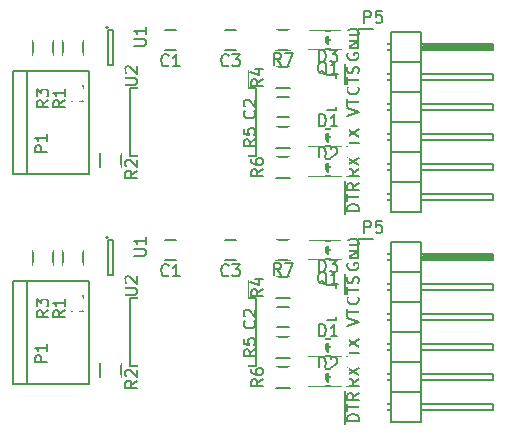
<source format=gto>
G04 #@! TF.FileFunction,Legend,Top*
%FSLAX46Y46*%
G04 Gerber Fmt 4.6, Leading zero omitted, Abs format (unit mm)*
G04 Created by KiCad (PCBNEW 4.0.0-stable) date Monday, June 13, 2016 'PMt' 12:16:50 PM*
%MOMM*%
G01*
G04 APERTURE LIST*
%ADD10C,0.100000*%
%ADD11C,0.150000*%
%ADD12R,2.432000X2.127200*%
%ADD13O,2.432000X2.127200*%
%ADD14R,2.127200X2.432000*%
%ADD15O,2.127200X2.432000*%
%ADD16R,1.598880X1.598880*%
%ADD17R,1.200100X1.200100*%
%ADD18R,1.400000X1.650000*%
%ADD19R,0.850000X2.150000*%
%ADD20R,1.100000X1.700000*%
%ADD21R,1.460000X1.050000*%
%ADD22R,1.700000X1.100000*%
%ADD23R,1.750000X0.800000*%
%ADD24O,1.350000X1.650000*%
%ADD25O,1.950000X1.400000*%
%ADD26R,2.429460X1.540460*%
G04 APERTURE END LIST*
D10*
D11*
X27059000Y31877096D02*
X27011381Y31781858D01*
X27011381Y31639001D01*
X27059000Y31496143D01*
X27154238Y31400905D01*
X27249476Y31353286D01*
X27439952Y31305667D01*
X27582810Y31305667D01*
X27773286Y31353286D01*
X27868524Y31400905D01*
X27963762Y31496143D01*
X28011381Y31639001D01*
X28011381Y31734239D01*
X27963762Y31877096D01*
X27916143Y31924715D01*
X27582810Y31924715D01*
X27582810Y31734239D01*
X28011381Y32353286D02*
X27011381Y32353286D01*
X28011381Y32924715D01*
X27011381Y32924715D01*
X28011381Y33400905D02*
X27011381Y33400905D01*
X27011381Y33639000D01*
X27059000Y33781858D01*
X27154238Y33877096D01*
X27249476Y33924715D01*
X27439952Y33972334D01*
X27582810Y33972334D01*
X27773286Y33924715D01*
X27868524Y33877096D01*
X27963762Y33781858D01*
X28011381Y33639000D01*
X28011381Y33400905D01*
X27916143Y29043381D02*
X27963762Y28995762D01*
X28011381Y28852905D01*
X28011381Y28757667D01*
X27963762Y28614809D01*
X27868524Y28519571D01*
X27773286Y28471952D01*
X27582810Y28424333D01*
X27439952Y28424333D01*
X27249476Y28471952D01*
X27154238Y28519571D01*
X27059000Y28614809D01*
X27011381Y28757667D01*
X27011381Y28852905D01*
X27059000Y28995762D01*
X27106619Y29043381D01*
X27011381Y29329095D02*
X27011381Y29900524D01*
X28011381Y29614809D02*
X27011381Y29614809D01*
X27963762Y30186238D02*
X28011381Y30329095D01*
X28011381Y30567191D01*
X27963762Y30662429D01*
X27916143Y30710048D01*
X27820905Y30757667D01*
X27725667Y30757667D01*
X27630429Y30710048D01*
X27582810Y30662429D01*
X27535190Y30567191D01*
X27487571Y30376714D01*
X27439952Y30281476D01*
X27392333Y30233857D01*
X27297095Y30186238D01*
X27201857Y30186238D01*
X27106619Y30233857D01*
X27059000Y30281476D01*
X27011381Y30376714D01*
X27011381Y30614810D01*
X27059000Y30757667D01*
X26839000Y28233857D02*
X26839000Y30948143D01*
X27011381Y26590714D02*
X28011381Y26924047D01*
X27011381Y27257381D01*
X27011381Y27447857D02*
X27011381Y28019286D01*
X28011381Y27733571D02*
X27011381Y27733571D01*
X28011381Y18542143D02*
X27011381Y18542143D01*
X27011381Y18780238D01*
X27059000Y18923096D01*
X27154238Y19018334D01*
X27249476Y19065953D01*
X27439952Y19113572D01*
X27582810Y19113572D01*
X27773286Y19065953D01*
X27868524Y19018334D01*
X27963762Y18923096D01*
X28011381Y18780238D01*
X28011381Y18542143D01*
X27011381Y19399286D02*
X27011381Y19970715D01*
X28011381Y19685000D02*
X27011381Y19685000D01*
X28011381Y20875477D02*
X27535190Y20542143D01*
X28011381Y20304048D02*
X27011381Y20304048D01*
X27011381Y20685001D01*
X27059000Y20780239D01*
X27106619Y20827858D01*
X27201857Y20875477D01*
X27344714Y20875477D01*
X27439952Y20827858D01*
X27487571Y20780239D01*
X27535190Y20685001D01*
X27535190Y20304048D01*
X26839000Y18304048D02*
X26839000Y21065953D01*
X27011381Y24003095D02*
X27011381Y24574524D01*
X28011381Y24288809D02*
X27011381Y24288809D01*
X27011381Y24812619D02*
X28011381Y25479286D01*
X27011381Y25479286D02*
X28011381Y24812619D01*
X28011381Y22058334D02*
X27535190Y21725000D01*
X28011381Y21486905D02*
X27011381Y21486905D01*
X27011381Y21867858D01*
X27059000Y21963096D01*
X27106619Y22010715D01*
X27201857Y22058334D01*
X27344714Y22058334D01*
X27439952Y22010715D01*
X27487571Y21963096D01*
X27535190Y21867858D01*
X27535190Y21486905D01*
X27011381Y22391667D02*
X28011381Y23058334D01*
X27011381Y23058334D02*
X28011381Y22391667D01*
X28011381Y762143D02*
X27011381Y762143D01*
X27011381Y1000238D01*
X27059000Y1143096D01*
X27154238Y1238334D01*
X27249476Y1285953D01*
X27439952Y1333572D01*
X27582810Y1333572D01*
X27773286Y1285953D01*
X27868524Y1238334D01*
X27963762Y1143096D01*
X28011381Y1000238D01*
X28011381Y762143D01*
X27011381Y1619286D02*
X27011381Y2190715D01*
X28011381Y1905000D02*
X27011381Y1905000D01*
X28011381Y3095477D02*
X27535190Y2762143D01*
X28011381Y2524048D02*
X27011381Y2524048D01*
X27011381Y2905001D01*
X27059000Y3000239D01*
X27106619Y3047858D01*
X27201857Y3095477D01*
X27344714Y3095477D01*
X27439952Y3047858D01*
X27487571Y3000239D01*
X27535190Y2905001D01*
X27535190Y2524048D01*
X26839000Y524048D02*
X26839000Y3285953D01*
X28011381Y4278334D02*
X27535190Y3945000D01*
X28011381Y3706905D02*
X27011381Y3706905D01*
X27011381Y4087858D01*
X27059000Y4183096D01*
X27106619Y4230715D01*
X27201857Y4278334D01*
X27344714Y4278334D01*
X27439952Y4230715D01*
X27487571Y4183096D01*
X27535190Y4087858D01*
X27535190Y3706905D01*
X27011381Y4611667D02*
X28011381Y5278334D01*
X27011381Y5278334D02*
X28011381Y4611667D01*
X27011381Y6223095D02*
X27011381Y6794524D01*
X28011381Y6508809D02*
X27011381Y6508809D01*
X27011381Y7032619D02*
X28011381Y7699286D01*
X27011381Y7699286D02*
X28011381Y7032619D01*
X27011381Y8810714D02*
X28011381Y9144047D01*
X27011381Y9477381D01*
X27011381Y9667857D02*
X27011381Y10239286D01*
X28011381Y9953571D02*
X27011381Y9953571D01*
X27916143Y11263381D02*
X27963762Y11215762D01*
X28011381Y11072905D01*
X28011381Y10977667D01*
X27963762Y10834809D01*
X27868524Y10739571D01*
X27773286Y10691952D01*
X27582810Y10644333D01*
X27439952Y10644333D01*
X27249476Y10691952D01*
X27154238Y10739571D01*
X27059000Y10834809D01*
X27011381Y10977667D01*
X27011381Y11072905D01*
X27059000Y11215762D01*
X27106619Y11263381D01*
X27011381Y11549095D02*
X27011381Y12120524D01*
X28011381Y11834809D02*
X27011381Y11834809D01*
X27963762Y12406238D02*
X28011381Y12549095D01*
X28011381Y12787191D01*
X27963762Y12882429D01*
X27916143Y12930048D01*
X27820905Y12977667D01*
X27725667Y12977667D01*
X27630429Y12930048D01*
X27582810Y12882429D01*
X27535190Y12787191D01*
X27487571Y12596714D01*
X27439952Y12501476D01*
X27392333Y12453857D01*
X27297095Y12406238D01*
X27201857Y12406238D01*
X27106619Y12453857D01*
X27059000Y12501476D01*
X27011381Y12596714D01*
X27011381Y12834810D01*
X27059000Y12977667D01*
X26839000Y10453857D02*
X26839000Y13168143D01*
X27059000Y14097096D02*
X27011381Y14001858D01*
X27011381Y13859001D01*
X27059000Y13716143D01*
X27154238Y13620905D01*
X27249476Y13573286D01*
X27439952Y13525667D01*
X27582810Y13525667D01*
X27773286Y13573286D01*
X27868524Y13620905D01*
X27963762Y13716143D01*
X28011381Y13859001D01*
X28011381Y13954239D01*
X27963762Y14097096D01*
X27916143Y14144715D01*
X27582810Y14144715D01*
X27582810Y13954239D01*
X28011381Y14573286D02*
X27011381Y14573286D01*
X28011381Y15144715D01*
X27011381Y15144715D01*
X28011381Y15620905D02*
X27011381Y15620905D01*
X27011381Y15859000D01*
X27059000Y16001858D01*
X27154238Y16097096D01*
X27249476Y16144715D01*
X27439952Y16192334D01*
X27582810Y16192334D01*
X27773286Y16144715D01*
X27868524Y16097096D01*
X27963762Y16001858D01*
X28011381Y15859000D01*
X28011381Y15620905D01*
X27910000Y33935000D02*
X27910000Y32385000D01*
X29210000Y33935000D02*
X27910000Y33935000D01*
X33401000Y32512000D02*
X39243000Y32512000D01*
X39243000Y32512000D02*
X39243000Y32258000D01*
X39243000Y32258000D02*
X33401000Y32258000D01*
X33401000Y32258000D02*
X33401000Y32385000D01*
X33401000Y32385000D02*
X39243000Y32385000D01*
X30734000Y32639000D02*
X30353000Y32639000D01*
X30734000Y32131000D02*
X30353000Y32131000D01*
X30734000Y30099000D02*
X30353000Y30099000D01*
X30734000Y29591000D02*
X30353000Y29591000D01*
X30734000Y27559000D02*
X30353000Y27559000D01*
X30734000Y27051000D02*
X30353000Y27051000D01*
X30734000Y19431000D02*
X30353000Y19431000D01*
X30734000Y19939000D02*
X30353000Y19939000D01*
X30734000Y21971000D02*
X30353000Y21971000D01*
X30734000Y22479000D02*
X30353000Y22479000D01*
X30734000Y24511000D02*
X30353000Y24511000D01*
X30734000Y25019000D02*
X30353000Y25019000D01*
X30734000Y33655000D02*
X33274000Y33655000D01*
X30734000Y31115000D02*
X33274000Y31115000D01*
X30734000Y31115000D02*
X30734000Y28575000D01*
X30734000Y28575000D02*
X33274000Y28575000D01*
X33274000Y30099000D02*
X39370000Y30099000D01*
X39370000Y30099000D02*
X39370000Y29591000D01*
X39370000Y29591000D02*
X33274000Y29591000D01*
X33274000Y28575000D02*
X33274000Y31115000D01*
X33274000Y31115000D02*
X33274000Y33655000D01*
X39370000Y32131000D02*
X33274000Y32131000D01*
X39370000Y32639000D02*
X39370000Y32131000D01*
X33274000Y32639000D02*
X39370000Y32639000D01*
X30734000Y31115000D02*
X33274000Y31115000D01*
X30734000Y33655000D02*
X30734000Y31115000D01*
X30734000Y23495000D02*
X33274000Y23495000D01*
X30734000Y23495000D02*
X30734000Y20955000D01*
X30734000Y20955000D02*
X33274000Y20955000D01*
X33274000Y22479000D02*
X39370000Y22479000D01*
X39370000Y22479000D02*
X39370000Y21971000D01*
X39370000Y21971000D02*
X33274000Y21971000D01*
X33274000Y20955000D02*
X33274000Y23495000D01*
X33274000Y18415000D02*
X33274000Y20955000D01*
X39370000Y19431000D02*
X33274000Y19431000D01*
X39370000Y19939000D02*
X39370000Y19431000D01*
X33274000Y19939000D02*
X39370000Y19939000D01*
X30734000Y18415000D02*
X33274000Y18415000D01*
X30734000Y20955000D02*
X30734000Y18415000D01*
X30734000Y20955000D02*
X33274000Y20955000D01*
X30734000Y26035000D02*
X33274000Y26035000D01*
X30734000Y26035000D02*
X30734000Y23495000D01*
X30734000Y23495000D02*
X33274000Y23495000D01*
X33274000Y25019000D02*
X39370000Y25019000D01*
X39370000Y25019000D02*
X39370000Y24511000D01*
X39370000Y24511000D02*
X33274000Y24511000D01*
X33274000Y23495000D02*
X33274000Y26035000D01*
X33274000Y26035000D02*
X33274000Y28575000D01*
X39370000Y27051000D02*
X33274000Y27051000D01*
X39370000Y27559000D02*
X39370000Y27051000D01*
X33274000Y27559000D02*
X39370000Y27559000D01*
X30734000Y26035000D02*
X33274000Y26035000D01*
X30734000Y28575000D02*
X30734000Y26035000D01*
X30734000Y28575000D02*
X33274000Y28575000D01*
X23800000Y32270000D02*
X26500000Y32270000D01*
X23800000Y33770000D02*
X26500000Y33770000D01*
X25300000Y32870000D02*
X25300000Y33120000D01*
X25300000Y33120000D02*
X25150000Y32970000D01*
X25050000Y33370000D02*
X25050000Y32670000D01*
X25400000Y33020000D02*
X25750000Y33020000D01*
X25050000Y33020000D02*
X25400000Y33370000D01*
X25400000Y33370000D02*
X25400000Y32670000D01*
X25400000Y32670000D02*
X25050000Y33020000D01*
X26050240Y27275840D02*
X26050240Y27324100D01*
X25349200Y30074820D02*
X26050240Y30074820D01*
X26050240Y30074820D02*
X26050240Y29825900D01*
X26050240Y27275840D02*
X26050240Y27075180D01*
X26050240Y27075180D02*
X25349200Y27075180D01*
X23800000Y21475000D02*
X26500000Y21475000D01*
X23800000Y22975000D02*
X26500000Y22975000D01*
X25300000Y22075000D02*
X25300000Y22325000D01*
X25300000Y22325000D02*
X25150000Y22175000D01*
X25050000Y22575000D02*
X25050000Y21875000D01*
X25400000Y22225000D02*
X25750000Y22225000D01*
X25050000Y22225000D02*
X25400000Y22575000D01*
X25400000Y22575000D02*
X25400000Y21875000D01*
X25400000Y21875000D02*
X25050000Y22225000D01*
X23800000Y24015000D02*
X26500000Y24015000D01*
X23800000Y25515000D02*
X26500000Y25515000D01*
X25300000Y24615000D02*
X25300000Y24865000D01*
X25300000Y24865000D02*
X25150000Y24715000D01*
X25050000Y25115000D02*
X25050000Y24415000D01*
X25400000Y24765000D02*
X25750000Y24765000D01*
X25050000Y24765000D02*
X25400000Y25115000D01*
X25400000Y25115000D02*
X25400000Y24415000D01*
X25400000Y24415000D02*
X25050000Y24765000D01*
X16645000Y32170000D02*
X17645000Y32170000D01*
X17645000Y33870000D02*
X16645000Y33870000D01*
X19295000Y28910000D02*
X18645000Y28910000D01*
X19295000Y23160000D02*
X18645000Y23160000D01*
X8645000Y23160000D02*
X9295000Y23160000D01*
X8645000Y28910000D02*
X9295000Y28910000D01*
X19295000Y28910000D02*
X19295000Y23160000D01*
X8645000Y28910000D02*
X8645000Y23160000D01*
X18645000Y28910000D02*
X18645000Y30510000D01*
X22190000Y32145000D02*
X20990000Y32145000D01*
X20990000Y33895000D02*
X22190000Y33895000D01*
X22190000Y21350000D02*
X20990000Y21350000D01*
X20990000Y23100000D02*
X22190000Y23100000D01*
X22190000Y28970000D02*
X20990000Y28970000D01*
X20990000Y30720000D02*
X22190000Y30720000D01*
X22190000Y23890000D02*
X20990000Y23890000D01*
X20990000Y25640000D02*
X22190000Y25640000D01*
X22090000Y28155000D02*
X21090000Y28155000D01*
X21090000Y26455000D02*
X22090000Y26455000D01*
X12565000Y33870000D02*
X11565000Y33870000D01*
X11565000Y32170000D02*
X12565000Y32170000D01*
X6785000Y34085000D02*
G75*
G03X6785000Y34085000I-100000J0D01*
G01*
X7235000Y33835000D02*
X6735000Y33835000D01*
X7235000Y30935000D02*
X7235000Y33835000D01*
X6735000Y30935000D02*
X7235000Y30935000D01*
X6735000Y33835000D02*
X6735000Y30935000D01*
X2145000Y32985000D02*
X2145000Y31785000D01*
X395000Y31785000D02*
X395000Y32985000D01*
X-1277460Y30385900D02*
X-1277460Y21685900D01*
X5127540Y30385900D02*
X5127540Y21685900D01*
X5127540Y21685900D02*
X-1277460Y21685900D01*
X-47460Y21685900D02*
X-47460Y30385900D01*
X-1277460Y30385900D02*
X5127540Y30385900D01*
X4685000Y32985000D02*
X4685000Y31785000D01*
X2935000Y31785000D02*
X2935000Y32985000D01*
X7860000Y23460000D02*
X7860000Y22260000D01*
X6110000Y22260000D02*
X6110000Y23460000D01*
X22090000Y10375000D02*
X21090000Y10375000D01*
X21090000Y8675000D02*
X22090000Y8675000D01*
X23800000Y6235000D02*
X26500000Y6235000D01*
X23800000Y7735000D02*
X26500000Y7735000D01*
X25300000Y6835000D02*
X25300000Y7085000D01*
X25300000Y7085000D02*
X25150000Y6935000D01*
X25050000Y7335000D02*
X25050000Y6635000D01*
X25400000Y6985000D02*
X25750000Y6985000D01*
X25050000Y6985000D02*
X25400000Y7335000D01*
X25400000Y7335000D02*
X25400000Y6635000D01*
X25400000Y6635000D02*
X25050000Y6985000D01*
X23800000Y3695000D02*
X26500000Y3695000D01*
X23800000Y5195000D02*
X26500000Y5195000D01*
X25300000Y4295000D02*
X25300000Y4545000D01*
X25300000Y4545000D02*
X25150000Y4395000D01*
X25050000Y4795000D02*
X25050000Y4095000D01*
X25400000Y4445000D02*
X25750000Y4445000D01*
X25050000Y4445000D02*
X25400000Y4795000D01*
X25400000Y4795000D02*
X25400000Y4095000D01*
X25400000Y4095000D02*
X25050000Y4445000D01*
X-1277460Y12605900D02*
X-1277460Y3905900D01*
X5127540Y12605900D02*
X5127540Y3905900D01*
X5127540Y3905900D02*
X-1277460Y3905900D01*
X-47460Y3905900D02*
X-47460Y12605900D01*
X-1277460Y12605900D02*
X5127540Y12605900D01*
X27910000Y16155000D02*
X27910000Y14605000D01*
X29210000Y16155000D02*
X27910000Y16155000D01*
X33401000Y14732000D02*
X39243000Y14732000D01*
X39243000Y14732000D02*
X39243000Y14478000D01*
X39243000Y14478000D02*
X33401000Y14478000D01*
X33401000Y14478000D02*
X33401000Y14605000D01*
X33401000Y14605000D02*
X39243000Y14605000D01*
X30734000Y14859000D02*
X30353000Y14859000D01*
X30734000Y14351000D02*
X30353000Y14351000D01*
X30734000Y12319000D02*
X30353000Y12319000D01*
X30734000Y11811000D02*
X30353000Y11811000D01*
X30734000Y9779000D02*
X30353000Y9779000D01*
X30734000Y9271000D02*
X30353000Y9271000D01*
X30734000Y1651000D02*
X30353000Y1651000D01*
X30734000Y2159000D02*
X30353000Y2159000D01*
X30734000Y4191000D02*
X30353000Y4191000D01*
X30734000Y4699000D02*
X30353000Y4699000D01*
X30734000Y6731000D02*
X30353000Y6731000D01*
X30734000Y7239000D02*
X30353000Y7239000D01*
X30734000Y15875000D02*
X33274000Y15875000D01*
X30734000Y13335000D02*
X33274000Y13335000D01*
X30734000Y13335000D02*
X30734000Y10795000D01*
X30734000Y10795000D02*
X33274000Y10795000D01*
X33274000Y12319000D02*
X39370000Y12319000D01*
X39370000Y12319000D02*
X39370000Y11811000D01*
X39370000Y11811000D02*
X33274000Y11811000D01*
X33274000Y10795000D02*
X33274000Y13335000D01*
X33274000Y13335000D02*
X33274000Y15875000D01*
X39370000Y14351000D02*
X33274000Y14351000D01*
X39370000Y14859000D02*
X39370000Y14351000D01*
X33274000Y14859000D02*
X39370000Y14859000D01*
X30734000Y13335000D02*
X33274000Y13335000D01*
X30734000Y15875000D02*
X30734000Y13335000D01*
X30734000Y5715000D02*
X33274000Y5715000D01*
X30734000Y5715000D02*
X30734000Y3175000D01*
X30734000Y3175000D02*
X33274000Y3175000D01*
X33274000Y4699000D02*
X39370000Y4699000D01*
X39370000Y4699000D02*
X39370000Y4191000D01*
X39370000Y4191000D02*
X33274000Y4191000D01*
X33274000Y3175000D02*
X33274000Y5715000D01*
X33274000Y635000D02*
X33274000Y3175000D01*
X39370000Y1651000D02*
X33274000Y1651000D01*
X39370000Y2159000D02*
X39370000Y1651000D01*
X33274000Y2159000D02*
X39370000Y2159000D01*
X30734000Y635000D02*
X33274000Y635000D01*
X30734000Y3175000D02*
X30734000Y635000D01*
X30734000Y3175000D02*
X33274000Y3175000D01*
X30734000Y8255000D02*
X33274000Y8255000D01*
X30734000Y8255000D02*
X30734000Y5715000D01*
X30734000Y5715000D02*
X33274000Y5715000D01*
X33274000Y7239000D02*
X39370000Y7239000D01*
X39370000Y7239000D02*
X39370000Y6731000D01*
X39370000Y6731000D02*
X33274000Y6731000D01*
X33274000Y5715000D02*
X33274000Y8255000D01*
X33274000Y8255000D02*
X33274000Y10795000D01*
X39370000Y9271000D02*
X33274000Y9271000D01*
X39370000Y9779000D02*
X39370000Y9271000D01*
X33274000Y9779000D02*
X39370000Y9779000D01*
X30734000Y8255000D02*
X33274000Y8255000D01*
X30734000Y10795000D02*
X30734000Y8255000D01*
X30734000Y10795000D02*
X33274000Y10795000D01*
X26050240Y9495840D02*
X26050240Y9544100D01*
X25349200Y12294820D02*
X26050240Y12294820D01*
X26050240Y12294820D02*
X26050240Y12045900D01*
X26050240Y9495840D02*
X26050240Y9295180D01*
X26050240Y9295180D02*
X25349200Y9295180D01*
X4685000Y15205000D02*
X4685000Y14005000D01*
X2935000Y14005000D02*
X2935000Y15205000D01*
X7860000Y5680000D02*
X7860000Y4480000D01*
X6110000Y4480000D02*
X6110000Y5680000D01*
X2145000Y15205000D02*
X2145000Y14005000D01*
X395000Y14005000D02*
X395000Y15205000D01*
X22190000Y11190000D02*
X20990000Y11190000D01*
X20990000Y12940000D02*
X22190000Y12940000D01*
X22190000Y6110000D02*
X20990000Y6110000D01*
X20990000Y7860000D02*
X22190000Y7860000D01*
X22190000Y3570000D02*
X20990000Y3570000D01*
X20990000Y5320000D02*
X22190000Y5320000D01*
X6785000Y16305000D02*
G75*
G03X6785000Y16305000I-100000J0D01*
G01*
X7235000Y16055000D02*
X6735000Y16055000D01*
X7235000Y13155000D02*
X7235000Y16055000D01*
X6735000Y13155000D02*
X7235000Y13155000D01*
X6735000Y16055000D02*
X6735000Y13155000D01*
X19295000Y11130000D02*
X18645000Y11130000D01*
X19295000Y5380000D02*
X18645000Y5380000D01*
X8645000Y5380000D02*
X9295000Y5380000D01*
X8645000Y11130000D02*
X9295000Y11130000D01*
X19295000Y11130000D02*
X19295000Y5380000D01*
X8645000Y11130000D02*
X8645000Y5380000D01*
X18645000Y11130000D02*
X18645000Y12730000D01*
X12565000Y16090000D02*
X11565000Y16090000D01*
X11565000Y14390000D02*
X12565000Y14390000D01*
X23800000Y14490000D02*
X26500000Y14490000D01*
X23800000Y15990000D02*
X26500000Y15990000D01*
X25300000Y15090000D02*
X25300000Y15340000D01*
X25300000Y15340000D02*
X25150000Y15190000D01*
X25050000Y15590000D02*
X25050000Y14890000D01*
X25400000Y15240000D02*
X25750000Y15240000D01*
X25050000Y15240000D02*
X25400000Y15590000D01*
X25400000Y15590000D02*
X25400000Y14890000D01*
X25400000Y14890000D02*
X25050000Y15240000D01*
X22190000Y14365000D02*
X20990000Y14365000D01*
X20990000Y16115000D02*
X22190000Y16115000D01*
X16645000Y14390000D02*
X17645000Y14390000D01*
X17645000Y16090000D02*
X16645000Y16090000D01*
X28471905Y34472619D02*
X28471905Y35472619D01*
X28852858Y35472619D01*
X28948096Y35425000D01*
X28995715Y35377381D01*
X29043334Y35282143D01*
X29043334Y35139286D01*
X28995715Y35044048D01*
X28948096Y34996429D01*
X28852858Y34948810D01*
X28471905Y34948810D01*
X29948096Y35472619D02*
X29471905Y35472619D01*
X29424286Y34996429D01*
X29471905Y35044048D01*
X29567143Y35091667D01*
X29805239Y35091667D01*
X29900477Y35044048D01*
X29948096Y34996429D01*
X29995715Y34901190D01*
X29995715Y34663095D01*
X29948096Y34567857D01*
X29900477Y34520238D01*
X29805239Y34472619D01*
X29567143Y34472619D01*
X29471905Y34520238D01*
X29424286Y34567857D01*
X24661905Y31170619D02*
X24661905Y32170619D01*
X24900000Y32170619D01*
X25042858Y32123000D01*
X25138096Y32027762D01*
X25185715Y31932524D01*
X25233334Y31742048D01*
X25233334Y31599190D01*
X25185715Y31408714D01*
X25138096Y31313476D01*
X25042858Y31218238D01*
X24900000Y31170619D01*
X24661905Y31170619D01*
X25566667Y32170619D02*
X26185715Y32170619D01*
X25852381Y31789667D01*
X25995239Y31789667D01*
X26090477Y31742048D01*
X26138096Y31694429D01*
X26185715Y31599190D01*
X26185715Y31361095D01*
X26138096Y31265857D01*
X26090477Y31218238D01*
X25995239Y31170619D01*
X25709524Y31170619D01*
X25614286Y31218238D01*
X25566667Y31265857D01*
X25304762Y30059381D02*
X25209524Y30107000D01*
X25114286Y30202238D01*
X24971429Y30345095D01*
X24876190Y30392714D01*
X24780952Y30392714D01*
X24828571Y30154619D02*
X24733333Y30202238D01*
X24638095Y30297476D01*
X24590476Y30487952D01*
X24590476Y30821286D01*
X24638095Y31011762D01*
X24733333Y31107000D01*
X24828571Y31154619D01*
X25019048Y31154619D01*
X25114286Y31107000D01*
X25209524Y31011762D01*
X25257143Y30821286D01*
X25257143Y30487952D01*
X25209524Y30297476D01*
X25114286Y30202238D01*
X25019048Y30154619D01*
X24828571Y30154619D01*
X26209524Y30154619D02*
X25638095Y30154619D01*
X25923809Y30154619D02*
X25923809Y31154619D01*
X25828571Y31011762D01*
X25733333Y30916524D01*
X25638095Y30868905D01*
X24661905Y22915619D02*
X24661905Y23915619D01*
X24900000Y23915619D01*
X25042858Y23868000D01*
X25138096Y23772762D01*
X25185715Y23677524D01*
X25233334Y23487048D01*
X25233334Y23344190D01*
X25185715Y23153714D01*
X25138096Y23058476D01*
X25042858Y22963238D01*
X24900000Y22915619D01*
X24661905Y22915619D01*
X25614286Y23820381D02*
X25661905Y23868000D01*
X25757143Y23915619D01*
X25995239Y23915619D01*
X26090477Y23868000D01*
X26138096Y23820381D01*
X26185715Y23725143D01*
X26185715Y23629905D01*
X26138096Y23487048D01*
X25566667Y22915619D01*
X26185715Y22915619D01*
X24661905Y25709619D02*
X24661905Y26709619D01*
X24900000Y26709619D01*
X25042858Y26662000D01*
X25138096Y26566762D01*
X25185715Y26471524D01*
X25233334Y26281048D01*
X25233334Y26138190D01*
X25185715Y25947714D01*
X25138096Y25852476D01*
X25042858Y25757238D01*
X24900000Y25709619D01*
X24661905Y25709619D01*
X26185715Y25709619D02*
X25614286Y25709619D01*
X25900000Y25709619D02*
X25900000Y26709619D01*
X25804762Y26566762D01*
X25709524Y26471524D01*
X25614286Y26423905D01*
X16978334Y30884857D02*
X16930715Y30837238D01*
X16787858Y30789619D01*
X16692620Y30789619D01*
X16549762Y30837238D01*
X16454524Y30932476D01*
X16406905Y31027714D01*
X16359286Y31218190D01*
X16359286Y31361048D01*
X16406905Y31551524D01*
X16454524Y31646762D01*
X16549762Y31742000D01*
X16692620Y31789619D01*
X16787858Y31789619D01*
X16930715Y31742000D01*
X16978334Y31694381D01*
X17311667Y31789619D02*
X17930715Y31789619D01*
X17597381Y31408667D01*
X17740239Y31408667D01*
X17835477Y31361048D01*
X17883096Y31313429D01*
X17930715Y31218190D01*
X17930715Y30980095D01*
X17883096Y30884857D01*
X17835477Y30837238D01*
X17740239Y30789619D01*
X17454524Y30789619D01*
X17359286Y30837238D01*
X17311667Y30884857D01*
X8215381Y29210095D02*
X9024905Y29210095D01*
X9120143Y29257714D01*
X9167762Y29305333D01*
X9215381Y29400571D01*
X9215381Y29591048D01*
X9167762Y29686286D01*
X9120143Y29733905D01*
X9024905Y29781524D01*
X8215381Y29781524D01*
X8310619Y30210095D02*
X8263000Y30257714D01*
X8215381Y30352952D01*
X8215381Y30591048D01*
X8263000Y30686286D01*
X8310619Y30733905D01*
X8405857Y30781524D01*
X8501095Y30781524D01*
X8643952Y30733905D01*
X9215381Y30162476D01*
X9215381Y30781524D01*
X21423334Y30916619D02*
X21090000Y31392810D01*
X20851905Y30916619D02*
X20851905Y31916619D01*
X21232858Y31916619D01*
X21328096Y31869000D01*
X21375715Y31821381D01*
X21423334Y31726143D01*
X21423334Y31583286D01*
X21375715Y31488048D01*
X21328096Y31440429D01*
X21232858Y31392810D01*
X20851905Y31392810D01*
X21756667Y31916619D02*
X22423334Y31916619D01*
X21994762Y30916619D01*
X19883381Y22058334D02*
X19407190Y21725000D01*
X19883381Y21486905D02*
X18883381Y21486905D01*
X18883381Y21867858D01*
X18931000Y21963096D01*
X18978619Y22010715D01*
X19073857Y22058334D01*
X19216714Y22058334D01*
X19311952Y22010715D01*
X19359571Y21963096D01*
X19407190Y21867858D01*
X19407190Y21486905D01*
X18883381Y22915477D02*
X18883381Y22725000D01*
X18931000Y22629762D01*
X18978619Y22582143D01*
X19121476Y22486905D01*
X19311952Y22439286D01*
X19692905Y22439286D01*
X19788143Y22486905D01*
X19835762Y22534524D01*
X19883381Y22629762D01*
X19883381Y22820239D01*
X19835762Y22915477D01*
X19788143Y22963096D01*
X19692905Y23010715D01*
X19454810Y23010715D01*
X19359571Y22963096D01*
X19311952Y22915477D01*
X19264333Y22820239D01*
X19264333Y22629762D01*
X19311952Y22534524D01*
X19359571Y22486905D01*
X19454810Y22439286D01*
X19883381Y29678334D02*
X19407190Y29345000D01*
X19883381Y29106905D02*
X18883381Y29106905D01*
X18883381Y29487858D01*
X18931000Y29583096D01*
X18978619Y29630715D01*
X19073857Y29678334D01*
X19216714Y29678334D01*
X19311952Y29630715D01*
X19359571Y29583096D01*
X19407190Y29487858D01*
X19407190Y29106905D01*
X19216714Y30535477D02*
X19883381Y30535477D01*
X18835762Y30297381D02*
X19550048Y30059286D01*
X19550048Y30678334D01*
X19248381Y24598334D02*
X18772190Y24265000D01*
X19248381Y24026905D02*
X18248381Y24026905D01*
X18248381Y24407858D01*
X18296000Y24503096D01*
X18343619Y24550715D01*
X18438857Y24598334D01*
X18581714Y24598334D01*
X18676952Y24550715D01*
X18724571Y24503096D01*
X18772190Y24407858D01*
X18772190Y24026905D01*
X18248381Y25503096D02*
X18248381Y25026905D01*
X18724571Y24979286D01*
X18676952Y25026905D01*
X18629333Y25122143D01*
X18629333Y25360239D01*
X18676952Y25455477D01*
X18724571Y25503096D01*
X18819810Y25550715D01*
X19057905Y25550715D01*
X19153143Y25503096D01*
X19200762Y25455477D01*
X19248381Y25360239D01*
X19248381Y25122143D01*
X19200762Y25026905D01*
X19153143Y24979286D01*
X19153143Y27011334D02*
X19200762Y26963715D01*
X19248381Y26820858D01*
X19248381Y26725620D01*
X19200762Y26582762D01*
X19105524Y26487524D01*
X19010286Y26439905D01*
X18819810Y26392286D01*
X18676952Y26392286D01*
X18486476Y26439905D01*
X18391238Y26487524D01*
X18296000Y26582762D01*
X18248381Y26725620D01*
X18248381Y26820858D01*
X18296000Y26963715D01*
X18343619Y27011334D01*
X18343619Y27392286D02*
X18296000Y27439905D01*
X18248381Y27535143D01*
X18248381Y27773239D01*
X18296000Y27868477D01*
X18343619Y27916096D01*
X18438857Y27963715D01*
X18534095Y27963715D01*
X18676952Y27916096D01*
X19248381Y27344667D01*
X19248381Y27963715D01*
X11898334Y30884857D02*
X11850715Y30837238D01*
X11707858Y30789619D01*
X11612620Y30789619D01*
X11469762Y30837238D01*
X11374524Y30932476D01*
X11326905Y31027714D01*
X11279286Y31218190D01*
X11279286Y31361048D01*
X11326905Y31551524D01*
X11374524Y31646762D01*
X11469762Y31742000D01*
X11612620Y31789619D01*
X11707858Y31789619D01*
X11850715Y31742000D01*
X11898334Y31694381D01*
X12850715Y30789619D02*
X12279286Y30789619D01*
X12565000Y30789619D02*
X12565000Y31789619D01*
X12469762Y31646762D01*
X12374524Y31551524D01*
X12279286Y31503905D01*
X8977381Y32512095D02*
X9786905Y32512095D01*
X9882143Y32559714D01*
X9929762Y32607333D01*
X9977381Y32702571D01*
X9977381Y32893048D01*
X9929762Y32988286D01*
X9882143Y33035905D01*
X9786905Y33083524D01*
X8977381Y33083524D01*
X9977381Y34083524D02*
X9977381Y33512095D01*
X9977381Y33797809D02*
X8977381Y33797809D01*
X9120238Y33702571D01*
X9215476Y33607333D01*
X9263095Y33512095D01*
X1722381Y27900334D02*
X1246190Y27567000D01*
X1722381Y27328905D02*
X722381Y27328905D01*
X722381Y27709858D01*
X770000Y27805096D01*
X817619Y27852715D01*
X912857Y27900334D01*
X1055714Y27900334D01*
X1150952Y27852715D01*
X1198571Y27805096D01*
X1246190Y27709858D01*
X1246190Y27328905D01*
X722381Y28233667D02*
X722381Y28852715D01*
X1103333Y28519381D01*
X1103333Y28662239D01*
X1150952Y28757477D01*
X1198571Y28805096D01*
X1293810Y28852715D01*
X1531905Y28852715D01*
X1627143Y28805096D01*
X1674762Y28757477D01*
X1722381Y28662239D01*
X1722381Y28376524D01*
X1674762Y28281286D01*
X1627143Y28233667D01*
X1595381Y23518905D02*
X595381Y23518905D01*
X595381Y23899858D01*
X643000Y23995096D01*
X690619Y24042715D01*
X785857Y24090334D01*
X928714Y24090334D01*
X1023952Y24042715D01*
X1071571Y23995096D01*
X1119190Y23899858D01*
X1119190Y23518905D01*
X1595381Y25042715D02*
X1595381Y24471286D01*
X1595381Y24757000D02*
X595381Y24757000D01*
X738238Y24661762D01*
X833476Y24566524D01*
X881095Y24471286D01*
X4162751Y28142607D02*
X4162751Y27809273D01*
X4686561Y27809273D02*
X3686561Y27809273D01*
X3686561Y28285464D01*
X4686561Y29190226D02*
X4686561Y28618797D01*
X4686561Y28904511D02*
X3686561Y28904511D01*
X3829418Y28809273D01*
X3924656Y28714035D01*
X3972275Y28618797D01*
X3119381Y27900334D02*
X2643190Y27567000D01*
X3119381Y27328905D02*
X2119381Y27328905D01*
X2119381Y27709858D01*
X2167000Y27805096D01*
X2214619Y27852715D01*
X2309857Y27900334D01*
X2452714Y27900334D01*
X2547952Y27852715D01*
X2595571Y27805096D01*
X2643190Y27709858D01*
X2643190Y27328905D01*
X3119381Y28852715D02*
X3119381Y28281286D01*
X3119381Y28567000D02*
X2119381Y28567000D01*
X2262238Y28471762D01*
X2357476Y28376524D01*
X2405095Y28281286D01*
X9215381Y21931334D02*
X8739190Y21598000D01*
X9215381Y21359905D02*
X8215381Y21359905D01*
X8215381Y21740858D01*
X8263000Y21836096D01*
X8310619Y21883715D01*
X8405857Y21931334D01*
X8548714Y21931334D01*
X8643952Y21883715D01*
X8691571Y21836096D01*
X8739190Y21740858D01*
X8739190Y21359905D01*
X8310619Y22312286D02*
X8263000Y22359905D01*
X8215381Y22455143D01*
X8215381Y22693239D01*
X8263000Y22788477D01*
X8310619Y22836096D01*
X8405857Y22883715D01*
X8501095Y22883715D01*
X8643952Y22836096D01*
X9215381Y22264667D01*
X9215381Y22883715D01*
X19153143Y9231334D02*
X19200762Y9183715D01*
X19248381Y9040858D01*
X19248381Y8945620D01*
X19200762Y8802762D01*
X19105524Y8707524D01*
X19010286Y8659905D01*
X18819810Y8612286D01*
X18676952Y8612286D01*
X18486476Y8659905D01*
X18391238Y8707524D01*
X18296000Y8802762D01*
X18248381Y8945620D01*
X18248381Y9040858D01*
X18296000Y9183715D01*
X18343619Y9231334D01*
X18343619Y9612286D02*
X18296000Y9659905D01*
X18248381Y9755143D01*
X18248381Y9993239D01*
X18296000Y10088477D01*
X18343619Y10136096D01*
X18438857Y10183715D01*
X18534095Y10183715D01*
X18676952Y10136096D01*
X19248381Y9564667D01*
X19248381Y10183715D01*
X24661905Y7929619D02*
X24661905Y8929619D01*
X24900000Y8929619D01*
X25042858Y8882000D01*
X25138096Y8786762D01*
X25185715Y8691524D01*
X25233334Y8501048D01*
X25233334Y8358190D01*
X25185715Y8167714D01*
X25138096Y8072476D01*
X25042858Y7977238D01*
X24900000Y7929619D01*
X24661905Y7929619D01*
X26185715Y7929619D02*
X25614286Y7929619D01*
X25900000Y7929619D02*
X25900000Y8929619D01*
X25804762Y8786762D01*
X25709524Y8691524D01*
X25614286Y8643905D01*
X24661905Y5135619D02*
X24661905Y6135619D01*
X24900000Y6135619D01*
X25042858Y6088000D01*
X25138096Y5992762D01*
X25185715Y5897524D01*
X25233334Y5707048D01*
X25233334Y5564190D01*
X25185715Y5373714D01*
X25138096Y5278476D01*
X25042858Y5183238D01*
X24900000Y5135619D01*
X24661905Y5135619D01*
X25614286Y6040381D02*
X25661905Y6088000D01*
X25757143Y6135619D01*
X25995239Y6135619D01*
X26090477Y6088000D01*
X26138096Y6040381D01*
X26185715Y5945143D01*
X26185715Y5849905D01*
X26138096Y5707048D01*
X25566667Y5135619D01*
X26185715Y5135619D01*
X4162751Y10362607D02*
X4162751Y10029273D01*
X4686561Y10029273D02*
X3686561Y10029273D01*
X3686561Y10505464D01*
X4686561Y11410226D02*
X4686561Y10838797D01*
X4686561Y11124511D02*
X3686561Y11124511D01*
X3829418Y11029273D01*
X3924656Y10934035D01*
X3972275Y10838797D01*
X1595381Y5738905D02*
X595381Y5738905D01*
X595381Y6119858D01*
X643000Y6215096D01*
X690619Y6262715D01*
X785857Y6310334D01*
X928714Y6310334D01*
X1023952Y6262715D01*
X1071571Y6215096D01*
X1119190Y6119858D01*
X1119190Y5738905D01*
X1595381Y7262715D02*
X1595381Y6691286D01*
X1595381Y6977000D02*
X595381Y6977000D01*
X738238Y6881762D01*
X833476Y6786524D01*
X881095Y6691286D01*
X28471905Y16692619D02*
X28471905Y17692619D01*
X28852858Y17692619D01*
X28948096Y17645000D01*
X28995715Y17597381D01*
X29043334Y17502143D01*
X29043334Y17359286D01*
X28995715Y17264048D01*
X28948096Y17216429D01*
X28852858Y17168810D01*
X28471905Y17168810D01*
X29948096Y17692619D02*
X29471905Y17692619D01*
X29424286Y17216429D01*
X29471905Y17264048D01*
X29567143Y17311667D01*
X29805239Y17311667D01*
X29900477Y17264048D01*
X29948096Y17216429D01*
X29995715Y17121190D01*
X29995715Y16883095D01*
X29948096Y16787857D01*
X29900477Y16740238D01*
X29805239Y16692619D01*
X29567143Y16692619D01*
X29471905Y16740238D01*
X29424286Y16787857D01*
X25304762Y12279381D02*
X25209524Y12327000D01*
X25114286Y12422238D01*
X24971429Y12565095D01*
X24876190Y12612714D01*
X24780952Y12612714D01*
X24828571Y12374619D02*
X24733333Y12422238D01*
X24638095Y12517476D01*
X24590476Y12707952D01*
X24590476Y13041286D01*
X24638095Y13231762D01*
X24733333Y13327000D01*
X24828571Y13374619D01*
X25019048Y13374619D01*
X25114286Y13327000D01*
X25209524Y13231762D01*
X25257143Y13041286D01*
X25257143Y12707952D01*
X25209524Y12517476D01*
X25114286Y12422238D01*
X25019048Y12374619D01*
X24828571Y12374619D01*
X26209524Y12374619D02*
X25638095Y12374619D01*
X25923809Y12374619D02*
X25923809Y13374619D01*
X25828571Y13231762D01*
X25733333Y13136524D01*
X25638095Y13088905D01*
X3119381Y10120334D02*
X2643190Y9787000D01*
X3119381Y9548905D02*
X2119381Y9548905D01*
X2119381Y9929858D01*
X2167000Y10025096D01*
X2214619Y10072715D01*
X2309857Y10120334D01*
X2452714Y10120334D01*
X2547952Y10072715D01*
X2595571Y10025096D01*
X2643190Y9929858D01*
X2643190Y9548905D01*
X3119381Y11072715D02*
X3119381Y10501286D01*
X3119381Y10787000D02*
X2119381Y10787000D01*
X2262238Y10691762D01*
X2357476Y10596524D01*
X2405095Y10501286D01*
X9215381Y4151334D02*
X8739190Y3818000D01*
X9215381Y3579905D02*
X8215381Y3579905D01*
X8215381Y3960858D01*
X8263000Y4056096D01*
X8310619Y4103715D01*
X8405857Y4151334D01*
X8548714Y4151334D01*
X8643952Y4103715D01*
X8691571Y4056096D01*
X8739190Y3960858D01*
X8739190Y3579905D01*
X8310619Y4532286D02*
X8263000Y4579905D01*
X8215381Y4675143D01*
X8215381Y4913239D01*
X8263000Y5008477D01*
X8310619Y5056096D01*
X8405857Y5103715D01*
X8501095Y5103715D01*
X8643952Y5056096D01*
X9215381Y4484667D01*
X9215381Y5103715D01*
X1722381Y10120334D02*
X1246190Y9787000D01*
X1722381Y9548905D02*
X722381Y9548905D01*
X722381Y9929858D01*
X770000Y10025096D01*
X817619Y10072715D01*
X912857Y10120334D01*
X1055714Y10120334D01*
X1150952Y10072715D01*
X1198571Y10025096D01*
X1246190Y9929858D01*
X1246190Y9548905D01*
X722381Y10453667D02*
X722381Y11072715D01*
X1103333Y10739381D01*
X1103333Y10882239D01*
X1150952Y10977477D01*
X1198571Y11025096D01*
X1293810Y11072715D01*
X1531905Y11072715D01*
X1627143Y11025096D01*
X1674762Y10977477D01*
X1722381Y10882239D01*
X1722381Y10596524D01*
X1674762Y10501286D01*
X1627143Y10453667D01*
X19883381Y11898334D02*
X19407190Y11565000D01*
X19883381Y11326905D02*
X18883381Y11326905D01*
X18883381Y11707858D01*
X18931000Y11803096D01*
X18978619Y11850715D01*
X19073857Y11898334D01*
X19216714Y11898334D01*
X19311952Y11850715D01*
X19359571Y11803096D01*
X19407190Y11707858D01*
X19407190Y11326905D01*
X19216714Y12755477D02*
X19883381Y12755477D01*
X18835762Y12517381D02*
X19550048Y12279286D01*
X19550048Y12898334D01*
X19248381Y6818334D02*
X18772190Y6485000D01*
X19248381Y6246905D02*
X18248381Y6246905D01*
X18248381Y6627858D01*
X18296000Y6723096D01*
X18343619Y6770715D01*
X18438857Y6818334D01*
X18581714Y6818334D01*
X18676952Y6770715D01*
X18724571Y6723096D01*
X18772190Y6627858D01*
X18772190Y6246905D01*
X18248381Y7723096D02*
X18248381Y7246905D01*
X18724571Y7199286D01*
X18676952Y7246905D01*
X18629333Y7342143D01*
X18629333Y7580239D01*
X18676952Y7675477D01*
X18724571Y7723096D01*
X18819810Y7770715D01*
X19057905Y7770715D01*
X19153143Y7723096D01*
X19200762Y7675477D01*
X19248381Y7580239D01*
X19248381Y7342143D01*
X19200762Y7246905D01*
X19153143Y7199286D01*
X19883381Y4278334D02*
X19407190Y3945000D01*
X19883381Y3706905D02*
X18883381Y3706905D01*
X18883381Y4087858D01*
X18931000Y4183096D01*
X18978619Y4230715D01*
X19073857Y4278334D01*
X19216714Y4278334D01*
X19311952Y4230715D01*
X19359571Y4183096D01*
X19407190Y4087858D01*
X19407190Y3706905D01*
X18883381Y5135477D02*
X18883381Y4945000D01*
X18931000Y4849762D01*
X18978619Y4802143D01*
X19121476Y4706905D01*
X19311952Y4659286D01*
X19692905Y4659286D01*
X19788143Y4706905D01*
X19835762Y4754524D01*
X19883381Y4849762D01*
X19883381Y5040239D01*
X19835762Y5135477D01*
X19788143Y5183096D01*
X19692905Y5230715D01*
X19454810Y5230715D01*
X19359571Y5183096D01*
X19311952Y5135477D01*
X19264333Y5040239D01*
X19264333Y4849762D01*
X19311952Y4754524D01*
X19359571Y4706905D01*
X19454810Y4659286D01*
X8977381Y14732095D02*
X9786905Y14732095D01*
X9882143Y14779714D01*
X9929762Y14827333D01*
X9977381Y14922571D01*
X9977381Y15113048D01*
X9929762Y15208286D01*
X9882143Y15255905D01*
X9786905Y15303524D01*
X8977381Y15303524D01*
X9977381Y16303524D02*
X9977381Y15732095D01*
X9977381Y16017809D02*
X8977381Y16017809D01*
X9120238Y15922571D01*
X9215476Y15827333D01*
X9263095Y15732095D01*
X8215381Y11430095D02*
X9024905Y11430095D01*
X9120143Y11477714D01*
X9167762Y11525333D01*
X9215381Y11620571D01*
X9215381Y11811048D01*
X9167762Y11906286D01*
X9120143Y11953905D01*
X9024905Y12001524D01*
X8215381Y12001524D01*
X8310619Y12430095D02*
X8263000Y12477714D01*
X8215381Y12572952D01*
X8215381Y12811048D01*
X8263000Y12906286D01*
X8310619Y12953905D01*
X8405857Y13001524D01*
X8501095Y13001524D01*
X8643952Y12953905D01*
X9215381Y12382476D01*
X9215381Y13001524D01*
X11898334Y13104857D02*
X11850715Y13057238D01*
X11707858Y13009619D01*
X11612620Y13009619D01*
X11469762Y13057238D01*
X11374524Y13152476D01*
X11326905Y13247714D01*
X11279286Y13438190D01*
X11279286Y13581048D01*
X11326905Y13771524D01*
X11374524Y13866762D01*
X11469762Y13962000D01*
X11612620Y14009619D01*
X11707858Y14009619D01*
X11850715Y13962000D01*
X11898334Y13914381D01*
X12850715Y13009619D02*
X12279286Y13009619D01*
X12565000Y13009619D02*
X12565000Y14009619D01*
X12469762Y13866762D01*
X12374524Y13771524D01*
X12279286Y13723905D01*
X24661905Y13390619D02*
X24661905Y14390619D01*
X24900000Y14390619D01*
X25042858Y14343000D01*
X25138096Y14247762D01*
X25185715Y14152524D01*
X25233334Y13962048D01*
X25233334Y13819190D01*
X25185715Y13628714D01*
X25138096Y13533476D01*
X25042858Y13438238D01*
X24900000Y13390619D01*
X24661905Y13390619D01*
X25566667Y14390619D02*
X26185715Y14390619D01*
X25852381Y14009667D01*
X25995239Y14009667D01*
X26090477Y13962048D01*
X26138096Y13914429D01*
X26185715Y13819190D01*
X26185715Y13581095D01*
X26138096Y13485857D01*
X26090477Y13438238D01*
X25995239Y13390619D01*
X25709524Y13390619D01*
X25614286Y13438238D01*
X25566667Y13485857D01*
X21423334Y13136619D02*
X21090000Y13612810D01*
X20851905Y13136619D02*
X20851905Y14136619D01*
X21232858Y14136619D01*
X21328096Y14089000D01*
X21375715Y14041381D01*
X21423334Y13946143D01*
X21423334Y13803286D01*
X21375715Y13708048D01*
X21328096Y13660429D01*
X21232858Y13612810D01*
X20851905Y13612810D01*
X21756667Y14136619D02*
X22423334Y14136619D01*
X21994762Y13136619D01*
X16978334Y13104857D02*
X16930715Y13057238D01*
X16787858Y13009619D01*
X16692620Y13009619D01*
X16549762Y13057238D01*
X16454524Y13152476D01*
X16406905Y13247714D01*
X16359286Y13438190D01*
X16359286Y13581048D01*
X16406905Y13771524D01*
X16454524Y13866762D01*
X16549762Y13962000D01*
X16692620Y14009619D01*
X16787858Y14009619D01*
X16930715Y13962000D01*
X16978334Y13914381D01*
X17311667Y14009619D02*
X17930715Y14009619D01*
X17597381Y13628667D01*
X17740239Y13628667D01*
X17835477Y13581048D01*
X17883096Y13533429D01*
X17930715Y13438190D01*
X17930715Y13200095D01*
X17883096Y13104857D01*
X17835477Y13057238D01*
X17740239Y13009619D01*
X17454524Y13009619D01*
X17359286Y13057238D01*
X17311667Y13104857D01*
%LPC*%
D12*
X29210000Y32385000D03*
D13*
X29210000Y29845000D03*
X29210000Y27305000D03*
X29210000Y24765000D03*
X29210000Y22225000D03*
X29210000Y19685000D03*
D14*
X25400000Y19685000D03*
D15*
X22860000Y19685000D03*
X20320000Y19685000D03*
D14*
X16510000Y19685000D03*
D15*
X13970000Y19685000D03*
X11430000Y19685000D03*
D14*
X7620000Y19685000D03*
D15*
X5080000Y19685000D03*
X2540000Y19685000D03*
D16*
X26449020Y33020000D03*
X24350980Y33020000D03*
D17*
X24399240Y29525000D03*
X24399240Y27625000D03*
X26398220Y28575000D03*
D16*
X26449020Y22225000D03*
X24350980Y22225000D03*
X26449020Y24765000D03*
X24350980Y24765000D03*
D18*
X18145000Y33020000D03*
X16145000Y33020000D03*
D19*
X18195000Y29635000D03*
X17545000Y29635000D03*
X16895000Y29635000D03*
X16245000Y29635000D03*
X15595000Y29635000D03*
X14945000Y29635000D03*
X14295000Y29635000D03*
X13645000Y29635000D03*
X12995000Y29635000D03*
X12345000Y29635000D03*
X11695000Y29635000D03*
X11045000Y29635000D03*
X10395000Y29635000D03*
X9745000Y29635000D03*
X9745000Y22435000D03*
X10395000Y22435000D03*
X11045000Y22435000D03*
X11695000Y22435000D03*
X12345000Y22435000D03*
X12995000Y22435000D03*
X13645000Y22435000D03*
X14295000Y22435000D03*
X14945000Y22435000D03*
X15595000Y22435000D03*
X16245000Y22435000D03*
X16895000Y22435000D03*
X17545000Y22435000D03*
X18195000Y22435000D03*
D20*
X20640000Y33020000D03*
X22540000Y33020000D03*
X20640000Y22225000D03*
X22540000Y22225000D03*
X20640000Y29845000D03*
X22540000Y29845000D03*
X20640000Y24765000D03*
X22540000Y24765000D03*
D18*
X20590000Y27305000D03*
X22590000Y27305000D03*
X11065000Y33020000D03*
X13065000Y33020000D03*
D21*
X5885000Y33335000D03*
X5885000Y32385000D03*
X5885000Y31435000D03*
X8085000Y31435000D03*
X8085000Y33335000D03*
D22*
X1270000Y31435000D03*
X1270000Y33335000D03*
D23*
X4102540Y27335900D03*
X4102540Y26685900D03*
X4102540Y26035900D03*
X4102540Y25385900D03*
X4102540Y24735900D03*
D24*
X4102540Y28535900D03*
X4102540Y23535900D03*
D25*
X1402540Y29535900D03*
X1402540Y22535900D03*
D26*
X6985000Y27371040D03*
X6985000Y29778960D03*
D22*
X3810000Y31435000D03*
X3810000Y33335000D03*
X6985000Y21910000D03*
X6985000Y23810000D03*
D18*
X20590000Y9525000D03*
X22590000Y9525000D03*
D16*
X26449020Y6985000D03*
X24350980Y6985000D03*
X26449020Y4445000D03*
X24350980Y4445000D03*
D26*
X6985000Y9591040D03*
X6985000Y11998960D03*
D23*
X4102540Y9555900D03*
X4102540Y8905900D03*
X4102540Y8255900D03*
X4102540Y7605900D03*
X4102540Y6955900D03*
D24*
X4102540Y10755900D03*
X4102540Y5755900D03*
D25*
X1402540Y11755900D03*
X1402540Y4755900D03*
D14*
X16510000Y1905000D03*
D15*
X13970000Y1905000D03*
X11430000Y1905000D03*
D14*
X7620000Y1905000D03*
D15*
X5080000Y1905000D03*
X2540000Y1905000D03*
D12*
X29210000Y14605000D03*
D13*
X29210000Y12065000D03*
X29210000Y9525000D03*
X29210000Y6985000D03*
X29210000Y4445000D03*
X29210000Y1905000D03*
D14*
X25400000Y1905000D03*
D15*
X22860000Y1905000D03*
X20320000Y1905000D03*
D17*
X24399240Y11745000D03*
X24399240Y9845000D03*
X26398220Y10795000D03*
D22*
X3810000Y13655000D03*
X3810000Y15555000D03*
X6985000Y4130000D03*
X6985000Y6030000D03*
X1270000Y13655000D03*
X1270000Y15555000D03*
D20*
X20640000Y12065000D03*
X22540000Y12065000D03*
X20640000Y6985000D03*
X22540000Y6985000D03*
X20640000Y4445000D03*
X22540000Y4445000D03*
D21*
X5885000Y15555000D03*
X5885000Y14605000D03*
X5885000Y13655000D03*
X8085000Y13655000D03*
X8085000Y15555000D03*
D19*
X18195000Y11855000D03*
X17545000Y11855000D03*
X16895000Y11855000D03*
X16245000Y11855000D03*
X15595000Y11855000D03*
X14945000Y11855000D03*
X14295000Y11855000D03*
X13645000Y11855000D03*
X12995000Y11855000D03*
X12345000Y11855000D03*
X11695000Y11855000D03*
X11045000Y11855000D03*
X10395000Y11855000D03*
X9745000Y11855000D03*
X9745000Y4655000D03*
X10395000Y4655000D03*
X11045000Y4655000D03*
X11695000Y4655000D03*
X12345000Y4655000D03*
X12995000Y4655000D03*
X13645000Y4655000D03*
X14295000Y4655000D03*
X14945000Y4655000D03*
X15595000Y4655000D03*
X16245000Y4655000D03*
X16895000Y4655000D03*
X17545000Y4655000D03*
X18195000Y4655000D03*
D18*
X11065000Y15240000D03*
X13065000Y15240000D03*
D16*
X26449020Y15240000D03*
X24350980Y15240000D03*
D20*
X20640000Y15240000D03*
X22540000Y15240000D03*
D18*
X18145000Y15240000D03*
X16145000Y15240000D03*
M02*

</source>
